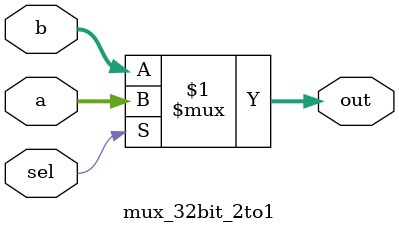
<source format=v>
module mux_32bit_2to1 #(parameter REG_SIZE=32)(
	input [REG_SIZE-1:0] a,
	input [REG_SIZE-1:0] b,
	input sel,
	output [REG_SIZE-1:0] out
);

assign out = sel ? a : b;

endmodule

</source>
